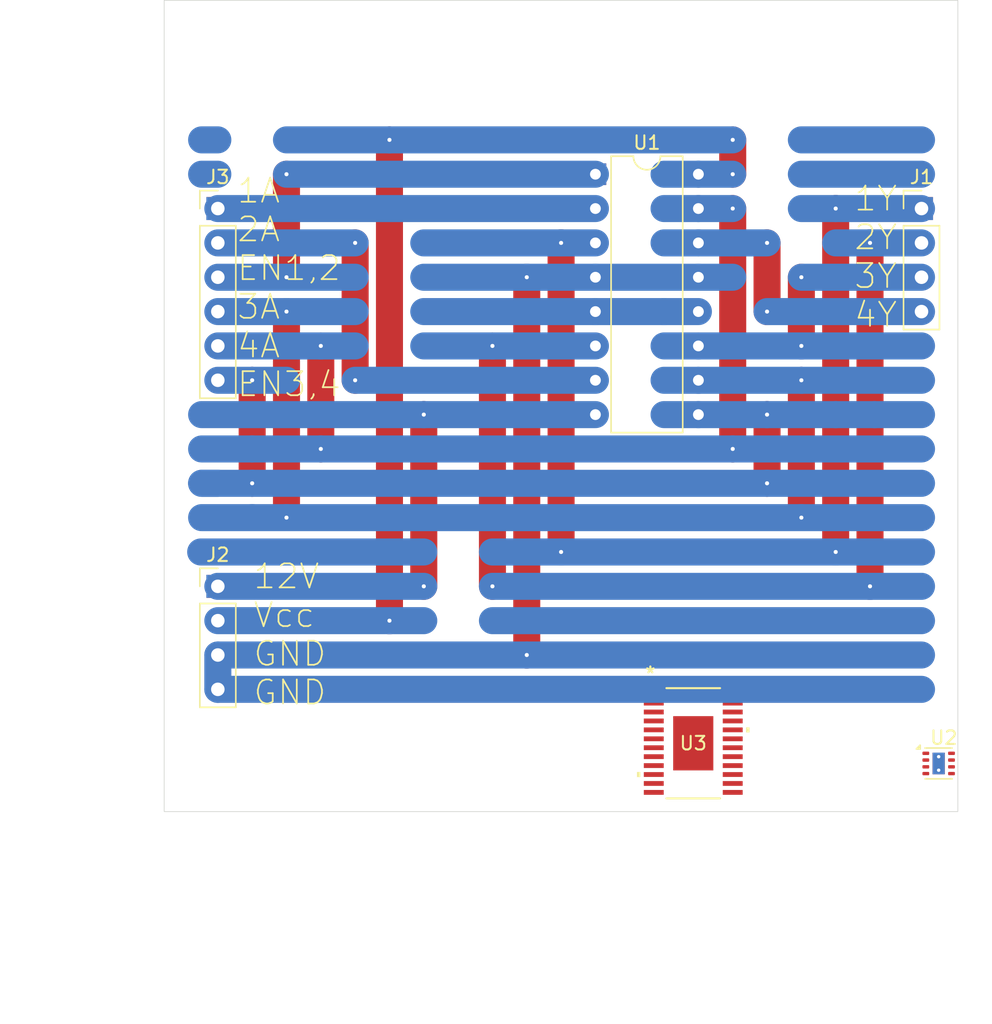
<source format=kicad_pcb>
(kicad_pcb (version 20240108) (generator "pcbnew") (generator_version "8.0")
  (title_block (date "2024-11-03"))
  (layers (0 "F.Cu" signal) (31 "B.Cu" signal) (34 "B.Paste" user) (35 "F.Paste" user) (36 "B.SilkS" user "B.Silkscreen") (37 "F.SilkS" user "F.Silkscreen") (38 "B.Mask" user) (39 "F.Mask" user) (44 "Edge.Cuts" user))
  (net 0 "")
  (net 1 "Net-(J1-Pin_1)")
  (net 2 "Net-(J1-Pin_2)")
  (net 3 "Net-(J1-Pin_4)")
  (net 4 "Net-(J1-Pin_3)")
  (net 5 "Net-(J3-Pin_2)")
  (net 6 "Net-(J3-Pin_5)")
  (net 7 "Net-(J3-Pin_3)")
  (net 8 "Net-(J3-Pin_4)")
  (net 9 "Net-(J3-Pin_6)")
  (net 10 "Net-(J3-Pin_1)")
  (net 11 "GND")
  (net 12 "VCC")
  (net 13 "+VDC")
  (footprint "Connector_PinHeader_2.54mm:PinHeader_1x04_P2.54mm_Vertical" (layer "F.Cu") (at 27.94 63.5)
    (property "Reference" "J2" (at 0 -2.33 0) (layer "F.SilkS"))
    (property "Value" "Conn_01x04")
    (fp_line (start -1.33 -1.33) (end 0 -1.33) (stroke (width 0.12)) (layer "F.SilkS"))
    (fp_line (start -1.33 0) (end -1.33 -1.33) (stroke (width 0.12)) (layer "F.SilkS"))
    (fp_line (start -1.33 1.27) (end -1.33 8.95) (stroke (width 0.12)) (layer "F.SilkS"))
    (fp_line (start -1.33 1.27) (end 1.33 1.27) (stroke (width 0.12)) (layer "F.SilkS"))
    (fp_line (start -1.33 8.95) (end 1.33 8.95) (stroke (width 0.12)) (layer "F.SilkS"))
    (fp_line (start 1.33 1.27) (end 1.33 8.95) (stroke (width 0.12)) (layer "F.SilkS"))
    (pad "1" thru_hole rect (at 0 0) (size 1.7 1.7) (drill 1) (layers "*.Cu" "*.Mask") (net 13 "+VDC"))
    (pad "2" thru_hole oval (at 0 2.54) (size 1.7 1.7) (drill 1) (layers "*.Cu" "*.Mask") (net 12 "VCC"))
    (pad "3" thru_hole oval (at 0 5.08) (size 1.7 1.7) (drill 1) (layers "*.Cu" "*.Mask") (net 11 "GND"))
    (pad "4" thru_hole oval (at 0 7.62) (size 1.7 1.7) (drill 1) (layers "*.Cu" "*.Mask") (net 11 "GND"))
  )
  (footprint "DRV8908:PWP24_4P5X7P9_TEX" (layer "F.Cu") (at 63.119 75.1078)
    (property "Reference" "U3" (at 0 0 0) (layer "F.SilkS"))
    (property "Value" "DRV8908QPWPRQ1")
    (fp_line (start -1.985435 4.0767) (end 1.985435 4.0767) (stroke (width 0.1524)) (layer "F.SilkS"))
    (fp_line (start 1.985435 -4.0767) (end -1.985435 -4.0767) (stroke (width 0.1524)) (layer "F.SilkS"))
    (fp_poly (pts (xy -4.1656 2.1209) (xy -4.1656 2.5019) (xy -3.9116 2.5019) (xy -3.9116 2.1209)) (fill solid) (layer "F.SilkS"))
    (fp_poly (pts (xy 4.1656 -1.1811) (xy 4.1656 -0.8001) (xy 3.9116 -0.8001) (xy 3.9116 -1.1811)) (fill solid) (layer "F.SilkS"))
    (fp_text user "*" (at -3.175 -5.1308 0) (layer "F.SilkS"))
    (fp_text user "*" (at -3.175 -5.1308 0) (layer "F.SilkS"))
    (pad "1" smd rect (at -2.921 -3.6322) (size 1.4732 0.3556) (layers "F.Cu" "F.Paste" "F.Mask"))
    (pad "2" smd rect (at -2.921 -2.9718) (size 1.4732 0.3556) (layers "F.Cu" "F.Paste" "F.Mask"))
    (pad "3" smd rect (at -2.921 -2.3114) (size 1.4732 0.3556) (layers "F.Cu" "F.Paste" "F.Mask"))
    (pad "4" smd rect (at -2.921 -1.651) (size 1.4732 0.3556) (layers "F.Cu" "F.Paste" "F.Mask"))
    (pad "5" smd rect (at -2.921 -0.9906) (size 1.4732 0.3556) (layers "F.Cu" "F.Paste" "F.Mask"))
    (pad "6" smd rect (at -2.921 -0.3302) (size 1.4732 0.3556) (layers "F.Cu" "F.Paste" "F.Mask"))
    (pad "7" smd rect (at -2.921 0.3302) (size 1.4732 0.3556) (layers "F.Cu" "F.Paste" "F.Mask"))
    (pad "8" smd rect (at -2.921 0.9906) (size 1.4732 0.3556) (layers "F.Cu" "F.Paste" "F.Mask"))
    (pad "9" smd rect (at -2.921 1.651) (size 1.4732 0.3556) (layers "F.Cu" "F.Paste" "F.Mask"))
    (pad "10" smd rect (at -2.921 2.3114) (size 1.4732 0.3556) (layers "F.Cu" "F.Paste" "F.Mask"))
    (pad "11" smd rect (at -2.921 2.9718) (size 1.4732 0.3556) (layers "F.Cu" "F.Paste" "F.Mask"))
    (pad "12" smd rect (at -2.921 3.6322) (size 1.4732 0.3556) (layers "F.Cu" "F.Paste" "F.Mask"))
    (pad "13" smd rect (at 2.921 3.6322) (size 1.4732 0.3556) (layers "F.Cu" "F.Paste" "F.Mask"))
    (pad "14" smd rect (at 2.921 2.9718) (size 1.4732 0.3556) (layers "F.Cu" "F.Paste" "F.Mask"))
    (pad "15" smd rect (at 2.921 2.3114) (size 1.4732 0.3556) (layers "F.Cu" "F.Paste" "F.Mask"))
    (pad "16" smd rect (at 2.921 1.651) (size 1.4732 0.3556) (layers "F.Cu" "F.Paste" "F.Mask"))
    (pad "17" smd rect (at 2.921 0.9906) (size 1.4732 0.3556) (layers "F.Cu" "F.Paste" "F.Mask"))
    (pad "18" smd rect (at 2.921 0.3302) (size 1.4732 0.3556) (layers "F.Cu" "F.Paste" "F.Mask"))
    (pad "19" smd rect (at 2.921 -0.3302) (size 1.4732 0.3556) (layers "F.Cu" "F.Paste" "F.Mask"))
    (pad "20" smd rect (at 2.921 -0.9906) (size 1.4732 0.3556) (layers "F.Cu" "F.Paste" "F.Mask"))
    (pad "21" smd rect (at 2.921 -1.651) (size 1.4732 0.3556) (layers "F.Cu" "F.Paste" "F.Mask"))
    (pad "22" smd rect (at 2.921 -2.3114) (size 1.4732 0.3556) (layers "F.Cu" "F.Paste" "F.Mask"))
    (pad "23" smd rect (at 2.921 -2.9718) (size 1.4732 0.3556) (layers "F.Cu" "F.Paste" "F.Mask"))
    (pad "24" smd rect (at 2.921 -3.6322) (size 1.4732 0.3556) (layers "F.Cu" "F.Paste" "F.Mask"))
    (pad "EPAD" smd rect (at 0 0) (size 2.9718 4.0132) (layers "F.Cu" "F.Mask"))
  )
  (footprint "Package_SON:WSON-8-1EP_2x2mm_P0.5mm_EP0.9x1.6mm_ThermalVias" (layer "F.Cu") (at 81.28 76.6)
    (property "Reference" "U2" (at 0.38 -1.9 0) (layer "F.SilkS"))
    (property "Value" "DRV8212P")
    (fp_line (start -1.01 -1.14) (end 0.99 -1.14) (stroke (width 0.12)) (layer "F.SilkS"))
    (fp_line (start -1 1.14) (end 1 1.14) (stroke (width 0.12)) (layer "F.SilkS"))
    (fp_poly (pts (xy -1.37 -1.07) (xy -1.65 -1.07) (xy -1.37 -1.35) (xy -1.37 -1.07)) (stroke (width 0.12)) (fill solid) (layer "F.SilkS"))
    (pad "1" smd roundrect (at -0.95 -0.75) (size 0.5 0.25) (layers "F.Cu" "F.Paste" "F.Mask"))
    (pad "2" smd roundrect (at -0.95 -0.25) (size 0.5 0.25) (layers "F.Cu" "F.Paste" "F.Mask"))
    (pad "3" smd roundrect (at -0.95 0.25) (size 0.5 0.25) (layers "F.Cu" "F.Paste" "F.Mask"))
    (pad "4" smd roundrect (at -0.95 0.75) (size 0.5 0.25) (layers "F.Cu" "F.Paste" "F.Mask"))
    (pad "5" smd roundrect (at 0.95 0.75) (size 0.5 0.25) (layers "F.Cu" "F.Paste" "F.Mask"))
    (pad "6" smd roundrect (at 0.95 0.25) (size 0.5 0.25) (layers "F.Cu" "F.Paste" "F.Mask"))
    (pad "7" smd roundrect (at 0.95 -0.25) (size 0.5 0.25) (layers "F.Cu" "F.Paste" "F.Mask"))
    (pad "8" smd roundrect (at 0.95 -0.75) (size 0.5 0.25) (layers "F.Cu" "F.Paste" "F.Mask"))
    (pad "9" thru_hole circle (at 0 -0.5) (size 0.6 0.6) (drill 0.25) (layers "*.Cu"))
    (pad "9" smd rect (at 0 0) (size 0.9 1.6) (layers "F.Cu" "F.Mask"))
    (pad "9" smd rect (at 0 0) (size 0.9 1.6) (layers "B.Cu"))
    (pad "9" thru_hole circle (at 0 0.5) (size 0.6 0.6) (drill 0.25) (layers "*.Cu"))
  )
  (footprint "Package_DIP:DIP-16_W7.62mm" (layer "F.Cu") (at 55.88 33.02)
    (property "Reference" "U1" (at 3.81 -2.33 0) (layer "F.SilkS"))
    (property "Value" "L293D")
    (fp_line (start 1.16 -1.33) (end 1.16 19.11) (stroke (width 0.12)) (layer "F.SilkS"))
    (fp_line (start 1.16 19.11) (end 6.46 19.11) (stroke (width 0.12)) (layer "F.SilkS"))
    (fp_line (start 2.81 -1.33) (end 1.16 -1.33) (stroke (width 0.12)) (layer "F.SilkS"))
    (fp_line (start 6.46 -1.33) (end 4.81 -1.33) (stroke (width 0.12)) (layer "F.SilkS"))
    (fp_line (start 6.46 19.11) (end 6.46 -1.33) (stroke (width 0.12)) (layer "F.SilkS"))
    (fp_arc (start 4.81 -1.33) (mid 3.81 -0.33) (end 2.81 -1.33) (stroke (width 0.12)) (layer "F.SilkS"))
    (pad "1" thru_hole rect (at 0 0) (size 1.6 1.6) (drill 0.8) (layers "*.Cu" "*.Mask") (net 7 "Net-(J3-Pin_3)"))
    (pad "2" thru_hole oval (at 0 2.54) (size 1.6 1.6) (drill 0.8) (layers "*.Cu" "*.Mask") (net 10 "Net-(J3-Pin_1)"))
    (pad "3" thru_hole oval (at 0 5.08) (size 1.6 1.6) (drill 0.8) (layers "*.Cu" "*.Mask") (net 1 "Net-(J1-Pin_1)"))
    (pad "4" thru_hole oval (at 0 7.62) (size 1.6 1.6) (drill 0.8) (layers "*.Cu" "*.Mask") (net 11 "GND"))
    (pad "5" thru_hole oval (at 0 10.16) (size 1.6 1.6) (drill 0.8) (layers "*.Cu" "*.Mask") (net 11 "GND"))
    (pad "6" thru_hole oval (at 0 12.7) (size 1.6 1.6) (drill 0.8) (layers "*.Cu" "*.Mask") (net 2 "Net-(J1-Pin_2)"))
    (pad "7" thru_hole oval (at 0 15.24) (size 1.6 1.6) (drill 0.8) (layers "*.Cu" "*.Mask") (net 5 "Net-(J3-Pin_2)"))
    (pad "8" thru_hole oval (at 0 17.78) (size 1.6 1.6) (drill 0.8) (layers "*.Cu" "*.Mask") (net 13 "+VDC"))
    (pad "9" thru_hole oval (at 7.62 17.78) (size 1.6 1.6) (drill 0.8) (layers "*.Cu" "*.Mask") (net 9 "Net-(J3-Pin_6)"))
    (pad "10" thru_hole oval (at 7.62 15.24) (size 1.6 1.6) (drill 0.8) (layers "*.Cu" "*.Mask") (net 8 "Net-(J3-Pin_4)"))
    (pad "11" thru_hole oval (at 7.62 12.7) (size 1.6 1.6) (drill 0.8) (layers "*.Cu" "*.Mask") (net 4 "Net-(J1-Pin_3)"))
    (pad "12" thru_hole oval (at 7.62 10.16) (size 1.6 1.6) (drill 0.8) (layers "*.Cu" "*.Mask") (net 11 "GND"))
    (pad "13" thru_hole oval (at 7.62 7.62) (size 1.6 1.6) (drill 0.8) (layers "*.Cu" "*.Mask") (net 11 "GND"))
    (pad "14" thru_hole oval (at 7.62 5.08) (size 1.6 1.6) (drill 0.8) (layers "*.Cu" "*.Mask") (net 3 "Net-(J1-Pin_4)"))
    (pad "15" thru_hole oval (at 7.62 2.54) (size 1.6 1.6) (drill 0.8) (layers "*.Cu" "*.Mask") (net 6 "Net-(J3-Pin_5)"))
    (pad "16" thru_hole oval (at 7.62 0) (size 1.6 1.6) (drill 0.8) (layers "*.Cu" "*.Mask") (net 12 "VCC"))
  )
  (footprint "Connector_PinHeader_2.54mm:PinHeader_1x06_P2.54mm_Vertical" (layer "F.Cu") (at 27.94 35.56)
    (property "Reference" "J3" (at 0 -2.33 0) (layer "F.SilkS"))
    (property "Value" "Conn_01x06")
    (fp_line (start -1.33 -1.33) (end 0 -1.33) (stroke (width 0.12)) (layer "F.SilkS"))
    (fp_line (start -1.33 0) (end -1.33 -1.33) (stroke (width 0.12)) (layer "F.SilkS"))
    (fp_line (start -1.33 1.27) (end -1.33 14.03) (stroke (width 0.12)) (layer "F.SilkS"))
    (fp_line (start -1.33 1.27) (end 1.33 1.27) (stroke (width 0.12)) (layer "F.SilkS"))
    (fp_line (start -1.33 14.03) (end 1.33 14.03) (stroke (width 0.12)) (layer "F.SilkS"))
    (fp_line (start 1.33 1.27) (end 1.33 14.03) (stroke (width 0.12)) (layer "F.SilkS"))
    (pad "1" thru_hole rect (at 0 0) (size 1.7 1.7) (drill 1) (layers "*.Cu" "*.Mask") (net 10 "Net-(J3-Pin_1)"))
    (pad "2" thru_hole oval (at 0 2.54) (size 1.7 1.7) (drill 1) (layers "*.Cu" "*.Mask") (net 5 "Net-(J3-Pin_2)"))
    (pad "3" thru_hole oval (at 0 5.08) (size 1.7 1.7) (drill 1) (layers "*.Cu" "*.Mask") (net 7 "Net-(J3-Pin_3)"))
    (pad "4" thru_hole oval (at 0 7.62) (size 1.7 1.7) (drill 1) (layers "*.Cu" "*.Mask") (net 8 "Net-(J3-Pin_4)"))
    (pad "5" thru_hole oval (at 0 10.16) (size 1.7 1.7) (drill 1) (layers "*.Cu" "*.Mask") (net 6 "Net-(J3-Pin_5)"))
    (pad "6" thru_hole oval (at 0 12.7) (size 1.7 1.7) (drill 1) (layers "*.Cu" "*.Mask") (net 9 "Net-(J3-Pin_6)"))
  )
  (footprint "Connector_PinHeader_2.54mm:PinHeader_1x04_P2.54mm_Vertical" (layer "F.Cu") (at 80.01 35.56)
    (property "Reference" "J1" (at 0 -2.33 0) (layer "F.SilkS"))
    (property "Value" "Conn_01x04")
    (fp_line (start -1.33 -1.33) (end 0 -1.33) (stroke (width 0.12)) (layer "F.SilkS"))
    (fp_line (start -1.33 0) (end -1.33 -1.33) (stroke (width 0.12)) (layer "F.SilkS"))
    (fp_line (start -1.33 1.27) (end -1.33 8.95) (stroke (width 0.12)) (layer "F.SilkS"))
    (fp_line (start -1.33 1.27) (end 1.33 1.27) (stroke (width 0.12)) (layer "F.SilkS"))
    (fp_line (start -1.33 8.95) (end 1.33 8.95) (stroke (width 0.12)) (layer "F.SilkS"))
    (fp_line (start 1.33 1.27) (end 1.33 8.95) (stroke (width 0.12)) (layer "F.SilkS"))
    (pad "1" thru_hole rect (at 0 0) (size 1.7 1.7) (drill 1) (layers "*.Cu" "*.Mask") (net 1 "Net-(J1-Pin_1)"))
    (pad "2" thru_hole oval (at 0 2.54) (size 1.7 1.7) (drill 1) (layers "*.Cu" "*.Mask") (net 2 "Net-(J1-Pin_2)"))
    (pad "3" thru_hole oval (at 0 5.08) (size 1.7 1.7) (drill 1) (layers "*.Cu" "*.Mask") (net 4 "Net-(J1-Pin_3)"))
    (pad "4" thru_hole oval (at 0 7.62) (size 1.7 1.7) (drill 1) (layers "*.Cu" "*.Mask") (net 3 "Net-(J1-Pin_4)"))
  )
  (gr_rect (start 23.97 20.16) (end 82.7 80.16) (stroke (width 0.05)) (fill none) (layer "Edge.Cuts"))
  (gr_text "1A\n2A\nEN1,2\n3A\n4A\nEN3,4" (at 29.27 49.59 0) (layer "F.SilkS") (effects (font (size 1.778 1.778) (thickness 0.127)) (justify left bottom)))
  (gr_text "1Y\n2Y\n3Y\n4Y" (at 74.93 44.45 0) (layer "F.SilkS") (effects (font (size 1.778 1.778) (thickness 0.127)) (justify left bottom)))
  (gr_text "12V\nVcc\nGND\nGND" (at 30.48 72.39 0) (layer "F.SilkS") (effects (font (size 1.778 1.778) (thickness 0.127)) (justify left bottom)))
  (segment (start 27.94 33.02) (end 26.74 33.02) (width 2) (layer "B.Cu") (net 0))
  (segment (start 27.94 30.48) (end 26.74 30.48) (width 2) (layer "B.Cu") (net 0))
  (segment (start 71.12 30.48) (end 80.01 30.48) (width 2) (layer "B.Cu") (net 0))
  (segment (start 26.67 60.96) (end 43.18 60.96) (width 2) (layer "B.Cu") (net 0))
  (segment (start 48.26 66.04) (end 80.01 66.04) (width 2) (layer "B.Cu") (net 0))
  (segment (start 71.12 33.02) (end 80.01 33.02) (width 2) (layer "B.Cu") (net 0))
  (segment (start 53.34 38.1) (end 53.34 60.96) (width 2) (layer "F.Cu") (net 1))
  (segment (start 73.66 60.96) (end 73.66 35.56) (width 2) (layer "F.Cu") (net 1))
  (via (at 73.66 60.96) (size 0.6) (drill 0.3) (layers "F.Cu" "B.Cu") (net 1))
  (via (at 73.66 35.56) (size 0.6) (drill 0.3) (layers "F.Cu" "B.Cu") (net 1))
  (via (at 53.34 38.1) (size 0.6) (drill 0.3) (layers "F.Cu" "B.Cu") (net 1))
  (via (at 53.34 60.96) (size 0.6) (drill 0.3) (layers "F.Cu" "B.Cu") (net 1))
  (segment (start 53.34 60.96) (end 48.26 60.96) (width 2) (layer "B.Cu") (net 1))
  (segment (start 80.01 35.56) (end 73.66 35.56) (width 2) (layer "B.Cu") (net 1))
  (segment (start 53.34 60.96) (end 73.66 60.96) (width 2) (layer "B.Cu") (net 1))
  (segment (start 55.88 38.1) (end 53.34 38.1) (width 2) (layer "B.Cu") (net 1))
  (segment (start 53.34 38.1) (end 43.18 38.1) (width 2) (layer "B.Cu") (net 1))
  (segment (start 73.66 35.56) (end 71.12 35.56) (width 2) (layer "B.Cu") (net 1))
  (segment (start 73.66 60.96) (end 80.01 60.96) (width 2) (layer "B.Cu") (net 1))
  (segment (start 76.2 63.5) (end 76.2 38.1) (width 2) (layer "F.Cu") (net 2))
  (segment (start 48.26 45.72) (end 48.26 63.5) (width 2) (layer "F.Cu") (net 2))
  (via (at 48.26 63.5) (size 0.6) (drill 0.3) (layers "F.Cu" "B.Cu") (net 2))
  (via (at 76.2 63.5) (size 0.6) (drill 0.3) (layers "F.Cu" "B.Cu") (net 2))
  (via (at 76.2 38.1) (size 0.6) (drill 0.3) (layers "F.Cu" "B.Cu") (net 2))
  (via (at 48.26 45.72) (size 0.6) (drill 0.3) (layers "F.Cu" "B.Cu") (net 2))
  (segment (start 76.2 63.5) (end 80.01 63.5) (width 2) (layer "B.Cu") (net 2))
  (segment (start 55.88 45.72) (end 48.26 45.72) (width 2) (layer "B.Cu") (net 2))
  (segment (start 48.26 45.72) (end 43.18 45.72) (width 2) (layer "B.Cu") (net 2))
  (segment (start 76.2 38.1) (end 73.66 38.1) (width 2) (layer "B.Cu") (net 2))
  (segment (start 76.2 38.1) (end 80.01 38.1) (width 2) (layer "B.Cu") (net 2))
  (segment (start 48.26 63.5) (end 76.2 63.5) (width 2) (layer "B.Cu") (net 2))
  (segment (start 68.58 43.18) (end 68.58 38.1) (width 2) (layer "F.Cu") (net 3))
  (via (at 68.58 38.1) (size 0.6) (drill 0.3) (layers "F.Cu" "B.Cu") (net 3))
  (via (at 68.58 43.18) (size 0.6) (drill 0.3) (layers "F.Cu" "B.Cu") (net 3))
  (segment (start 63.5 38.1) (end 68.58 38.1) (width 2) (layer "B.Cu") (net 3))
  (segment (start 68.58 43.18) (end 80.01 43.18) (width 2) (layer "B.Cu") (net 3))
  (segment (start 63.5 38.1) (end 60.96 38.1) (width 2) (layer "B.Cu") (net 3))
  (segment (start 71.12 40.64) (end 71.12 45.72) (width 2) (layer "F.Cu") (net 4))
  (via (at 71.12 45.72) (size 0.6) (drill 0.3) (layers "F.Cu" "B.Cu") (net 4))
  (via (at 71.12 40.64) (size 0.6) (drill 0.3) (layers "F.Cu" "B.Cu") (net 4))
  (segment (start 71.12 45.72) (end 80.01 45.72) (width 2) (layer "B.Cu") (net 4))
  (segment (start 71.12 40.64) (end 80.01 40.64) (width 2) (layer "B.Cu") (net 4))
  (segment (start 63.5 45.72) (end 71.12 45.72) (width 2) (layer "B.Cu") (net 4))
  (segment (start 63.5 45.72) (end 60.96 45.72) (width 2) (layer "B.Cu") (net 4))
  (segment (start 38.1 38.1) (end 38.1 48.26) (width 2) (layer "F.Cu") (net 5))
  (via (at 38.1 48.26) (size 0.6) (drill 0.3) (layers "F.Cu" "B.Cu") (net 5))
  (via (at 38.1 38.1) (size 0.6) (drill 0.3) (layers "F.Cu" "B.Cu") (net 5))
  (segment (start 27.94 38.1) (end 38.1 38.1) (width 2) (layer "B.Cu") (net 5))
  (segment (start 38.1 48.26) (end 55.88 48.26) (width 2) (layer "B.Cu") (net 5))
  (segment (start 66.04 53.34) (end 66.04 35.56) (width 2) (layer "F.Cu") (net 6))
  (segment (start 35.56 53.34) (end 35.56 45.72) (width 2) (layer "F.Cu") (net 6))
  (via (at 66.04 53.34) (size 0.6) (drill 0.3) (layers "F.Cu" "B.Cu") (net 6))
  (via (at 35.56 45.72) (size 0.6) (drill 0.3) (layers "F.Cu" "B.Cu") (net 6))
  (via (at 66.04 35.56) (size 0.6) (drill 0.3) (layers "F.Cu" "B.Cu") (net 6))
  (via (at 35.56 53.34) (size 0.6) (drill 0.3) (layers "F.Cu" "B.Cu") (net 6))
  (segment (start 30.48 53.34) (end 26.74 53.34) (width 2) (layer "B.Cu") (net 6))
  (segment (start 35.56 45.72) (end 38.1 45.72) (width 2) (layer "B.Cu") (net 6))
  (segment (start 27.94 45.72) (end 35.56 45.72) (width 2) (layer "B.Cu") (net 6))
  (segment (start 66.04 53.34) (end 80.01 53.34) (width 2) (layer "B.Cu") (net 6))
  (segment (start 63.5 35.56) (end 60.96 35.56) (width 2) (layer "B.Cu") (net 6))
  (segment (start 66.04 35.56) (end 63.5 35.56) (width 2) (layer "B.Cu") (net 6))
  (segment (start 35.56 53.34) (end 30.48 53.34) (width 2) (layer "B.Cu") (net 6))
  (segment (start 35.56 53.34) (end 66.04 53.34) (width 2) (layer "B.Cu") (net 6))
  (segment (start 33.02 40.64) (end 33.02 33.02) (width 2) (layer "F.Cu") (net 7))
  (via (at 33.02 40.64) (size 0.6) (drill 0.3) (layers "F.Cu" "B.Cu") (net 7))
  (via (at 33.02 33.02) (size 0.6) (drill 0.3) (layers "F.Cu" "B.Cu") (net 7))
  (segment (start 27.94 40.64) (end 33.02 40.64) (width 2) (layer "B.Cu") (net 7))
  (segment (start 33.02 40.64) (end 38.1 40.64) (width 2) (layer "B.Cu") (net 7))
  (segment (start 55.88 33.02) (end 33.02 33.02) (width 2) (layer "B.Cu") (net 7))
  (segment (start 33.02 43.18) (end 33.02 58.42) (width 2) (layer "F.Cu") (net 8))
  (segment (start 71.12 58.42) (end 71.12 48.26) (width 2) (layer "F.Cu") (net 8))
  (via (at 71.12 58.42) (size 0.6) (drill 0.3) (layers "F.Cu" "B.Cu") (net 8))
  (via (at 71.12 48.26) (size 0.6) (drill 0.3) (layers "F.Cu" "B.Cu") (net 8))
  (via (at 33.02 43.18) (size 0.6) (drill 0.3) (layers "F.Cu" "B.Cu") (net 8))
  (via (at 33.02 58.42) (size 0.6) (drill 0.3) (layers "F.Cu" "B.Cu") (net 8))
  (segment (start 33.02 58.42) (end 30.48 58.42) (width 2) (layer "B.Cu") (net 8))
  (segment (start 71.12 48.26) (end 80.01 48.26) (width 2) (layer "B.Cu") (net 8))
  (segment (start 71.12 58.42) (end 80.01 58.42) (width 2) (layer "B.Cu") (net 8))
  (segment (start 27.94 43.18) (end 33.02 43.18) (width 2) (layer "B.Cu") (net 8))
  (segment (start 33.02 58.42) (end 71.12 58.42) (width 2) (layer "B.Cu") (net 8))
  (segment (start 63.5 48.26) (end 60.96 48.26) (width 2) (layer "B.Cu") (net 8))
  (segment (start 71.12 48.26) (end 63.5 48.26) (width 2) (layer "B.Cu") (net 8))
  (segment (start 33.02 43.18) (end 38.1 43.18) (width 2) (layer "B.Cu") (net 8))
  (segment (start 30.48 58.42) (end 26.74 58.42) (width 2) (layer "B.Cu") (net 8))
  (segment (start 68.58 55.88) (end 68.58 50.8) (width 2) (layer "F.Cu") (net 9))
  (segment (start 30.48 55.88) (end 30.48 48.26) (width 2) (layer "F.Cu") (net 9))
  (via (at 68.58 55.88) (size 0.6) (drill 0.3) (layers "F.Cu" "B.Cu") (net 9))
  (via (at 68.58 50.8) (size 0.6) (drill 0.3) (layers "F.Cu" "B.Cu") (net 9))
  (via (at 30.48 48.26) (size 0.6) (drill 0.3) (layers "F.Cu" "B.Cu") (net 9))
  (via (at 30.48 55.88) (size 0.6) (drill 0.3) (layers "F.Cu" "B.Cu") (net 9))
  (segment (start 68.58 50.8) (end 63.5 50.8) (width 2) (layer "B.Cu") (net 9))
  (segment (start 68.58 50.8) (end 73.66 50.8) (width 2) (layer "B.Cu") (net 9))
  (segment (start 30.48 55.88) (end 68.58 55.88) (width 2) (layer "B.Cu") (net 9))
  (segment (start 63.5 50.8) (end 60.96 50.8) (width 2) (layer "B.Cu") (net 9))
  (segment (start 73.66 50.8) (end 76.54 50.8) (width 2) (layer "B.Cu") (net 9))
  (segment (start 30.48 48.26) (end 33.02 48.26) (width 2) (layer "B.Cu") (net 9))
  (segment (start 30.48 48.26) (end 27.94 48.26) (width 2) (layer "B.Cu") (net 9))
  (segment (start 76.54 50.8) (end 80.01 50.8) (width 2) (layer "B.Cu") (net 9))
  (segment (start 26.74 55.88) (end 27.94 55.88) (width 2) (layer "B.Cu") (net 9))
  (segment (start 68.58 55.88) (end 80.01 55.88) (width 2) (layer "B.Cu") (net 9))
  (segment (start 30.48 55.88) (end 26.74 55.88) (width 2) (layer "B.Cu") (net 9))
  (segment (start 55.88 35.56) (end 27.94 35.56) (width 2) (layer "B.Cu") (net 10))
  (segment (start 50.8 68.58) (end 50.8 40.64) (width 2) (layer "F.Cu") (net 11))
  (via (at 50.8 40.64) (size 0.6) (drill 0.3) (layers "F.Cu" "B.Cu") (net 11))
  (via (at 50.8 68.58) (size 0.6) (drill 0.3) (layers "F.Cu" "B.Cu") (net 11))
  (segment (start 27.94 68.58) (end 50.8 68.58) (width 2) (layer "B.Cu") (net 11))
  (segment (start 55.88 40.64) (end 63.5 40.64) (width 2) (layer "B.Cu") (net 11))
  (segment (start 55.88 43.18) (end 60.96 43.18) (width 2) (layer "B.Cu") (net 11))
  (segment (start 55.88 40.64) (end 50.8 40.64) (width 2) (layer "B.Cu") (net 11))
  (segment (start 27.94 71.12) (end 80.01 71.12) (width 2) (layer "B.Cu") (net 11))
  (segment (start 50.8 40.64) (end 43.18 40.64) (width 2) (layer "B.Cu") (net 11))
  (segment (start 60.96 43.18) (end 63.5 43.18) (width 2) (layer "B.Cu") (net 11))
  (segment (start 55.88 43.18) (end 43.18 43.18) (width 2) (layer "B.Cu") (net 11))
  (segment (start 63.5 40.64) (end 66.04 40.64) (width 2) (layer "B.Cu") (net 11))
  (segment (start 27.94 71.12) (end 27.94 68.58) (width 2) (layer "B.Cu") (net 11))
  (segment (start 50.8 68.58) (end 80.01 68.58) (width 2) (layer "B.Cu") (net 11))
  (segment (start 66.04 30.48) (end 66.04 33.02) (width 2) (layer "F.Cu") (net 12))
  (segment (start 40.64 66.04) (end 40.64 30.48) (width 2) (layer "F.Cu") (net 12))
  (via (at 66.04 30.48) (size 0.6) (drill 0.3) (layers "F.Cu" "B.Cu") (net 12))
  (via (at 40.64 66.04) (size 0.6) (drill 0.3) (layers "F.Cu" "B.Cu") (net 12))
  (via (at 66.04 33.02) (size 0.6) (drill 0.3) (layers "F.Cu" "B.Cu") (net 12))
  (via (at 40.64 30.48) (size 0.6) (drill 0.3) (layers "F.Cu" "B.Cu") (net 12))
  (segment (start 40.64 30.48) (end 33.02 30.48) (width 2) (layer "B.Cu") (net 12))
  (segment (start 40.64 66.04) (end 43.18 66.04) (width 2) (layer "B.Cu") (net 12))
  (segment (start 66.04 33.02) (end 63.5 33.02) (width 2) (layer "B.Cu") (net 12))
  (segment (start 40.64 30.48) (end 66.04 30.48) (width 2) (layer "B.Cu") (net 12))
  (segment (start 63.5 33.02) (end 60.96 33.02) (width 2) (layer "B.Cu") (net 12))
  (segment (start 27.94 66.04) (end 40.64 66.04) (width 2) (layer "B.Cu") (net 12))
  (segment (start 43.18 63.5) (end 43.18 50.8) (width 2) (layer "F.Cu") (net 13))
  (via (at 43.18 63.5) (size 0.6) (drill 0.3) (layers "F.Cu" "B.Cu") (net 13))
  (via (at 43.18 50.8) (size 0.6) (drill 0.3) (layers "F.Cu" "B.Cu") (net 13))
  (segment (start 43.18 63.5) (end 27.94 63.5) (width 2) (layer "B.Cu") (net 13))
  (segment (start 55.88 50.8) (end 43.18 50.8) (width 2) (layer "B.Cu") (net 13))
  (segment (start 43.18 50.8) (end 26.74 50.8) (width 2) (layer "B.Cu") (net 13))
)
</source>
